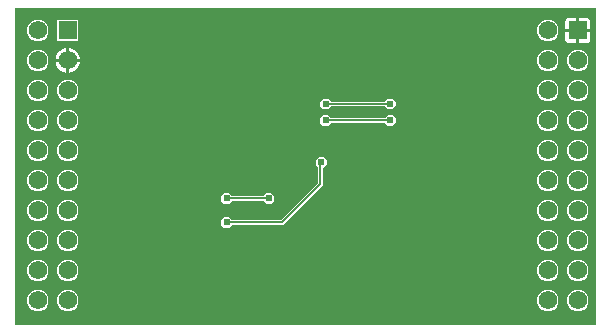
<source format=gbr>
G04 EAGLE Gerber RS-274X export*
G75*
%MOMM*%
%FSLAX34Y34*%
%LPD*%
%INBottom Copper*%
%IPPOS*%
%AMOC8*
5,1,8,0,0,1.08239X$1,22.5*%
G01*
%ADD10R,1.575000X1.575000*%
%ADD11C,1.575000*%
%ADD12C,0.610000*%
%ADD13C,0.152400*%

G36*
X493937Y2004D02*
X493937Y2004D01*
X493957Y2002D01*
X494058Y2024D01*
X494160Y2040D01*
X494178Y2050D01*
X494197Y2054D01*
X494286Y2107D01*
X494377Y2156D01*
X494391Y2170D01*
X494408Y2180D01*
X494476Y2259D01*
X494547Y2334D01*
X494555Y2352D01*
X494568Y2367D01*
X494607Y2463D01*
X494650Y2557D01*
X494653Y2577D01*
X494660Y2595D01*
X494678Y2762D01*
X494678Y270062D01*
X494675Y270082D01*
X494677Y270101D01*
X494655Y270203D01*
X494639Y270305D01*
X494629Y270322D01*
X494625Y270342D01*
X494572Y270431D01*
X494524Y270522D01*
X494509Y270536D01*
X494499Y270553D01*
X494420Y270620D01*
X494345Y270691D01*
X494327Y270700D01*
X494312Y270713D01*
X494216Y270752D01*
X494122Y270795D01*
X494102Y270797D01*
X494084Y270805D01*
X493917Y270823D01*
X2762Y270823D01*
X2742Y270820D01*
X2723Y270822D01*
X2621Y270800D01*
X2519Y270783D01*
X2502Y270774D01*
X2482Y270770D01*
X2393Y270717D01*
X2302Y270668D01*
X2288Y270654D01*
X2271Y270644D01*
X2204Y270565D01*
X2132Y270490D01*
X2124Y270472D01*
X2111Y270457D01*
X2072Y270361D01*
X2029Y270267D01*
X2027Y270247D01*
X2019Y270229D01*
X2001Y270062D01*
X2001Y2762D01*
X2004Y2742D01*
X2002Y2723D01*
X2024Y2621D01*
X2040Y2519D01*
X2050Y2502D01*
X2054Y2482D01*
X2107Y2393D01*
X2156Y2302D01*
X2170Y2288D01*
X2180Y2271D01*
X2259Y2204D01*
X2334Y2132D01*
X2352Y2124D01*
X2367Y2111D01*
X2463Y2072D01*
X2557Y2029D01*
X2577Y2027D01*
X2595Y2019D01*
X2762Y2001D01*
X493917Y2001D01*
X493937Y2004D01*
G37*
%LPC*%
G36*
X179715Y84325D02*
X179715Y84325D01*
X177035Y87005D01*
X177035Y90795D01*
X179715Y93475D01*
X183505Y93475D01*
X185824Y91156D01*
X185898Y91103D01*
X185967Y91043D01*
X185998Y91031D01*
X186024Y91012D01*
X186111Y90985D01*
X186196Y90951D01*
X186236Y90947D01*
X186259Y90940D01*
X186291Y90941D01*
X186362Y90933D01*
X227443Y90933D01*
X227533Y90947D01*
X227624Y90955D01*
X227653Y90967D01*
X227685Y90972D01*
X227766Y91015D01*
X227850Y91051D01*
X227882Y91077D01*
X227903Y91088D01*
X227925Y91111D01*
X227981Y91156D01*
X258729Y121904D01*
X258782Y121978D01*
X258842Y122047D01*
X258854Y122078D01*
X258873Y122104D01*
X258900Y122191D01*
X258934Y122276D01*
X258938Y122317D01*
X258945Y122339D01*
X258944Y122371D01*
X258952Y122442D01*
X258952Y135583D01*
X258938Y135673D01*
X258930Y135764D01*
X258918Y135794D01*
X258913Y135826D01*
X258870Y135906D01*
X258834Y135990D01*
X258808Y136022D01*
X258797Y136043D01*
X258774Y136065D01*
X258729Y136121D01*
X257045Y137805D01*
X257045Y141595D01*
X259725Y144275D01*
X263515Y144275D01*
X266195Y141595D01*
X266195Y137805D01*
X263406Y135017D01*
X263319Y134970D01*
X263305Y134956D01*
X263288Y134946D01*
X263221Y134867D01*
X263149Y134792D01*
X263141Y134774D01*
X263128Y134759D01*
X263089Y134663D01*
X263046Y134569D01*
X263044Y134549D01*
X263036Y134531D01*
X263018Y134364D01*
X263018Y120443D01*
X229442Y86867D01*
X186362Y86867D01*
X186272Y86853D01*
X186181Y86845D01*
X186151Y86833D01*
X186119Y86828D01*
X186039Y86785D01*
X185955Y86749D01*
X185923Y86723D01*
X185902Y86712D01*
X185880Y86689D01*
X185824Y86644D01*
X183505Y84325D01*
X179715Y84325D01*
G37*
%LPD*%
%LPC*%
G36*
X38589Y242314D02*
X38589Y242314D01*
X37844Y243059D01*
X37844Y259861D01*
X38589Y260606D01*
X55391Y260606D01*
X56136Y259861D01*
X56136Y243059D01*
X55391Y242314D01*
X38589Y242314D01*
G37*
%LPD*%
%LPC*%
G36*
X263535Y184655D02*
X263535Y184655D01*
X260855Y187335D01*
X260855Y191125D01*
X263535Y193805D01*
X267325Y193805D01*
X269644Y191486D01*
X269718Y191433D01*
X269787Y191373D01*
X269818Y191361D01*
X269844Y191342D01*
X269931Y191315D01*
X270016Y191281D01*
X270056Y191277D01*
X270079Y191270D01*
X270111Y191271D01*
X270182Y191263D01*
X315288Y191263D01*
X315378Y191277D01*
X315469Y191285D01*
X315499Y191297D01*
X315531Y191302D01*
X315611Y191345D01*
X315695Y191381D01*
X315727Y191407D01*
X315748Y191418D01*
X315770Y191441D01*
X315826Y191486D01*
X318145Y193805D01*
X321935Y193805D01*
X324615Y191125D01*
X324615Y187335D01*
X321935Y184655D01*
X318145Y184655D01*
X315826Y186974D01*
X315752Y187027D01*
X315683Y187087D01*
X315652Y187099D01*
X315626Y187118D01*
X315539Y187145D01*
X315454Y187179D01*
X315414Y187183D01*
X315391Y187190D01*
X315359Y187189D01*
X315288Y187197D01*
X270182Y187197D01*
X270092Y187183D01*
X270001Y187175D01*
X269971Y187163D01*
X269939Y187158D01*
X269859Y187115D01*
X269775Y187079D01*
X269743Y187053D01*
X269722Y187042D01*
X269700Y187019D01*
X269644Y186974D01*
X267325Y184655D01*
X263535Y184655D01*
G37*
%LPD*%
%LPC*%
G36*
X263535Y170685D02*
X263535Y170685D01*
X260855Y173365D01*
X260855Y177155D01*
X263535Y179835D01*
X267325Y179835D01*
X269644Y177516D01*
X269718Y177463D01*
X269787Y177403D01*
X269818Y177391D01*
X269844Y177372D01*
X269931Y177345D01*
X270016Y177311D01*
X270056Y177307D01*
X270079Y177300D01*
X270111Y177301D01*
X270182Y177293D01*
X315288Y177293D01*
X315378Y177307D01*
X315469Y177315D01*
X315499Y177327D01*
X315531Y177332D01*
X315611Y177375D01*
X315695Y177411D01*
X315727Y177437D01*
X315748Y177448D01*
X315770Y177471D01*
X315826Y177516D01*
X318145Y179835D01*
X321935Y179835D01*
X324615Y177155D01*
X324615Y173365D01*
X321935Y170685D01*
X318145Y170685D01*
X315826Y173004D01*
X315752Y173057D01*
X315683Y173117D01*
X315652Y173129D01*
X315626Y173148D01*
X315539Y173175D01*
X315454Y173209D01*
X315414Y173213D01*
X315391Y173220D01*
X315359Y173219D01*
X315288Y173227D01*
X270182Y173227D01*
X270092Y173213D01*
X270001Y173205D01*
X269971Y173193D01*
X269939Y173188D01*
X269859Y173145D01*
X269775Y173109D01*
X269743Y173083D01*
X269722Y173072D01*
X269700Y173049D01*
X269644Y173004D01*
X267325Y170685D01*
X263535Y170685D01*
G37*
%LPD*%
%LPC*%
G36*
X19771Y64514D02*
X19771Y64514D01*
X16409Y65907D01*
X13837Y68479D01*
X12444Y71841D01*
X12444Y75479D01*
X13837Y78841D01*
X16409Y81413D01*
X19771Y82806D01*
X23409Y82806D01*
X26771Y81413D01*
X29343Y78841D01*
X30736Y75479D01*
X30736Y71841D01*
X29343Y68479D01*
X26771Y65907D01*
X23409Y64514D01*
X19771Y64514D01*
G37*
%LPD*%
%LPC*%
G36*
X476971Y39114D02*
X476971Y39114D01*
X473609Y40507D01*
X471037Y43079D01*
X469644Y46441D01*
X469644Y50079D01*
X471037Y53441D01*
X473609Y56013D01*
X476971Y57406D01*
X480609Y57406D01*
X483971Y56013D01*
X486543Y53441D01*
X487936Y50079D01*
X487936Y46441D01*
X486543Y43079D01*
X483971Y40507D01*
X480609Y39114D01*
X476971Y39114D01*
G37*
%LPD*%
%LPC*%
G36*
X451571Y242314D02*
X451571Y242314D01*
X448209Y243707D01*
X445637Y246279D01*
X444244Y249641D01*
X444244Y253279D01*
X445637Y256641D01*
X448209Y259213D01*
X451571Y260606D01*
X455209Y260606D01*
X458571Y259213D01*
X461143Y256641D01*
X462536Y253279D01*
X462536Y249641D01*
X461143Y246279D01*
X458571Y243707D01*
X455209Y242314D01*
X451571Y242314D01*
G37*
%LPD*%
%LPC*%
G36*
X19771Y242314D02*
X19771Y242314D01*
X16409Y243707D01*
X13837Y246279D01*
X12444Y249641D01*
X12444Y253279D01*
X13837Y256641D01*
X16409Y259213D01*
X19771Y260606D01*
X23409Y260606D01*
X26771Y259213D01*
X29343Y256641D01*
X30736Y253279D01*
X30736Y249641D01*
X29343Y246279D01*
X26771Y243707D01*
X23409Y242314D01*
X19771Y242314D01*
G37*
%LPD*%
%LPC*%
G36*
X451571Y216914D02*
X451571Y216914D01*
X448209Y218307D01*
X445637Y220879D01*
X444244Y224241D01*
X444244Y227879D01*
X445637Y231241D01*
X448209Y233813D01*
X451571Y235206D01*
X455209Y235206D01*
X458571Y233813D01*
X461143Y231241D01*
X462536Y227879D01*
X462536Y224241D01*
X461143Y220879D01*
X458571Y218307D01*
X455209Y216914D01*
X451571Y216914D01*
G37*
%LPD*%
%LPC*%
G36*
X451571Y39114D02*
X451571Y39114D01*
X448209Y40507D01*
X445637Y43079D01*
X444244Y46441D01*
X444244Y50079D01*
X445637Y53441D01*
X448209Y56013D01*
X451571Y57406D01*
X455209Y57406D01*
X458571Y56013D01*
X461143Y53441D01*
X462536Y50079D01*
X462536Y46441D01*
X461143Y43079D01*
X458571Y40507D01*
X455209Y39114D01*
X451571Y39114D01*
G37*
%LPD*%
%LPC*%
G36*
X45171Y39114D02*
X45171Y39114D01*
X41809Y40507D01*
X39237Y43079D01*
X37844Y46441D01*
X37844Y50079D01*
X39237Y53441D01*
X41809Y56013D01*
X45171Y57406D01*
X48809Y57406D01*
X52171Y56013D01*
X54743Y53441D01*
X56136Y50079D01*
X56136Y46441D01*
X54743Y43079D01*
X52171Y40507D01*
X48809Y39114D01*
X45171Y39114D01*
G37*
%LPD*%
%LPC*%
G36*
X19771Y39114D02*
X19771Y39114D01*
X16409Y40507D01*
X13837Y43079D01*
X12444Y46441D01*
X12444Y50079D01*
X13837Y53441D01*
X16409Y56013D01*
X19771Y57406D01*
X23409Y57406D01*
X26771Y56013D01*
X29343Y53441D01*
X30736Y50079D01*
X30736Y46441D01*
X29343Y43079D01*
X26771Y40507D01*
X23409Y39114D01*
X19771Y39114D01*
G37*
%LPD*%
%LPC*%
G36*
X45171Y13714D02*
X45171Y13714D01*
X41809Y15107D01*
X39237Y17679D01*
X37844Y21041D01*
X37844Y24679D01*
X39237Y28041D01*
X41809Y30613D01*
X45171Y32006D01*
X48809Y32006D01*
X52171Y30613D01*
X54743Y28041D01*
X56136Y24679D01*
X56136Y21041D01*
X54743Y17679D01*
X52171Y15107D01*
X48809Y13714D01*
X45171Y13714D01*
G37*
%LPD*%
%LPC*%
G36*
X476971Y216914D02*
X476971Y216914D01*
X473609Y218307D01*
X471037Y220879D01*
X469644Y224241D01*
X469644Y227879D01*
X471037Y231241D01*
X473609Y233813D01*
X476971Y235206D01*
X480609Y235206D01*
X483971Y233813D01*
X486543Y231241D01*
X487936Y227879D01*
X487936Y224241D01*
X486543Y220879D01*
X483971Y218307D01*
X480609Y216914D01*
X476971Y216914D01*
G37*
%LPD*%
%LPC*%
G36*
X19771Y13714D02*
X19771Y13714D01*
X16409Y15107D01*
X13837Y17679D01*
X12444Y21041D01*
X12444Y24679D01*
X13837Y28041D01*
X16409Y30613D01*
X19771Y32006D01*
X23409Y32006D01*
X26771Y30613D01*
X29343Y28041D01*
X30736Y24679D01*
X30736Y21041D01*
X29343Y17679D01*
X26771Y15107D01*
X23409Y13714D01*
X19771Y13714D01*
G37*
%LPD*%
%LPC*%
G36*
X19771Y216914D02*
X19771Y216914D01*
X16409Y218307D01*
X13837Y220879D01*
X12444Y224241D01*
X12444Y227879D01*
X13837Y231241D01*
X16409Y233813D01*
X19771Y235206D01*
X23409Y235206D01*
X26771Y233813D01*
X29343Y231241D01*
X30736Y227879D01*
X30736Y224241D01*
X29343Y220879D01*
X26771Y218307D01*
X23409Y216914D01*
X19771Y216914D01*
G37*
%LPD*%
%LPC*%
G36*
X476971Y13714D02*
X476971Y13714D01*
X473609Y15107D01*
X471037Y17679D01*
X469644Y21041D01*
X469644Y24679D01*
X471037Y28041D01*
X473609Y30613D01*
X476971Y32006D01*
X480609Y32006D01*
X483971Y30613D01*
X486543Y28041D01*
X487936Y24679D01*
X487936Y21041D01*
X486543Y17679D01*
X483971Y15107D01*
X480609Y13714D01*
X476971Y13714D01*
G37*
%LPD*%
%LPC*%
G36*
X451571Y13714D02*
X451571Y13714D01*
X448209Y15107D01*
X445637Y17679D01*
X444244Y21041D01*
X444244Y24679D01*
X445637Y28041D01*
X448209Y30613D01*
X451571Y32006D01*
X455209Y32006D01*
X458571Y30613D01*
X461143Y28041D01*
X462536Y24679D01*
X462536Y21041D01*
X461143Y17679D01*
X458571Y15107D01*
X455209Y13714D01*
X451571Y13714D01*
G37*
%LPD*%
%LPC*%
G36*
X476971Y191514D02*
X476971Y191514D01*
X473609Y192907D01*
X471037Y195479D01*
X469644Y198841D01*
X469644Y202479D01*
X471037Y205841D01*
X473609Y208413D01*
X476971Y209806D01*
X480609Y209806D01*
X483971Y208413D01*
X486543Y205841D01*
X487936Y202479D01*
X487936Y198841D01*
X486543Y195479D01*
X483971Y192907D01*
X480609Y191514D01*
X476971Y191514D01*
G37*
%LPD*%
%LPC*%
G36*
X451571Y191514D02*
X451571Y191514D01*
X448209Y192907D01*
X445637Y195479D01*
X444244Y198841D01*
X444244Y202479D01*
X445637Y205841D01*
X448209Y208413D01*
X451571Y209806D01*
X455209Y209806D01*
X458571Y208413D01*
X461143Y205841D01*
X462536Y202479D01*
X462536Y198841D01*
X461143Y195479D01*
X458571Y192907D01*
X455209Y191514D01*
X451571Y191514D01*
G37*
%LPD*%
%LPC*%
G36*
X45171Y191514D02*
X45171Y191514D01*
X41809Y192907D01*
X39237Y195479D01*
X37844Y198841D01*
X37844Y202479D01*
X39237Y205841D01*
X41809Y208413D01*
X45171Y209806D01*
X48809Y209806D01*
X52171Y208413D01*
X54743Y205841D01*
X56136Y202479D01*
X56136Y198841D01*
X54743Y195479D01*
X52171Y192907D01*
X48809Y191514D01*
X45171Y191514D01*
G37*
%LPD*%
%LPC*%
G36*
X45171Y166114D02*
X45171Y166114D01*
X41809Y167507D01*
X39237Y170079D01*
X37844Y173441D01*
X37844Y177079D01*
X39237Y180441D01*
X41809Y183013D01*
X45171Y184406D01*
X48809Y184406D01*
X52171Y183013D01*
X54743Y180441D01*
X56136Y177079D01*
X56136Y173441D01*
X54743Y170079D01*
X52171Y167507D01*
X48809Y166114D01*
X45171Y166114D01*
G37*
%LPD*%
%LPC*%
G36*
X19771Y166114D02*
X19771Y166114D01*
X16409Y167507D01*
X13837Y170079D01*
X12444Y173441D01*
X12444Y177079D01*
X13837Y180441D01*
X16409Y183013D01*
X19771Y184406D01*
X23409Y184406D01*
X26771Y183013D01*
X29343Y180441D01*
X30736Y177079D01*
X30736Y173441D01*
X29343Y170079D01*
X26771Y167507D01*
X23409Y166114D01*
X19771Y166114D01*
G37*
%LPD*%
%LPC*%
G36*
X476971Y166114D02*
X476971Y166114D01*
X473609Y167507D01*
X471037Y170079D01*
X469644Y173441D01*
X469644Y177079D01*
X471037Y180441D01*
X473609Y183013D01*
X476971Y184406D01*
X480609Y184406D01*
X483971Y183013D01*
X486543Y180441D01*
X487936Y177079D01*
X487936Y173441D01*
X486543Y170079D01*
X483971Y167507D01*
X480609Y166114D01*
X476971Y166114D01*
G37*
%LPD*%
%LPC*%
G36*
X451571Y166114D02*
X451571Y166114D01*
X448209Y167507D01*
X445637Y170079D01*
X444244Y173441D01*
X444244Y177079D01*
X445637Y180441D01*
X448209Y183013D01*
X451571Y184406D01*
X455209Y184406D01*
X458571Y183013D01*
X461143Y180441D01*
X462536Y177079D01*
X462536Y173441D01*
X461143Y170079D01*
X458571Y167507D01*
X455209Y166114D01*
X451571Y166114D01*
G37*
%LPD*%
%LPC*%
G36*
X19771Y191514D02*
X19771Y191514D01*
X16409Y192907D01*
X13837Y195479D01*
X12444Y198841D01*
X12444Y202479D01*
X13837Y205841D01*
X16409Y208413D01*
X19771Y209806D01*
X23409Y209806D01*
X26771Y208413D01*
X29343Y205841D01*
X30736Y202479D01*
X30736Y198841D01*
X29343Y195479D01*
X26771Y192907D01*
X23409Y191514D01*
X19771Y191514D01*
G37*
%LPD*%
%LPC*%
G36*
X476971Y140714D02*
X476971Y140714D01*
X473609Y142107D01*
X471037Y144679D01*
X469644Y148041D01*
X469644Y151679D01*
X471037Y155041D01*
X473609Y157613D01*
X476971Y159006D01*
X480609Y159006D01*
X483971Y157613D01*
X486543Y155041D01*
X487936Y151679D01*
X487936Y148041D01*
X486543Y144679D01*
X483971Y142107D01*
X480609Y140714D01*
X476971Y140714D01*
G37*
%LPD*%
%LPC*%
G36*
X451571Y140714D02*
X451571Y140714D01*
X448209Y142107D01*
X445637Y144679D01*
X444244Y148041D01*
X444244Y151679D01*
X445637Y155041D01*
X448209Y157613D01*
X451571Y159006D01*
X455209Y159006D01*
X458571Y157613D01*
X461143Y155041D01*
X462536Y151679D01*
X462536Y148041D01*
X461143Y144679D01*
X458571Y142107D01*
X455209Y140714D01*
X451571Y140714D01*
G37*
%LPD*%
%LPC*%
G36*
X45171Y140714D02*
X45171Y140714D01*
X41809Y142107D01*
X39237Y144679D01*
X37844Y148041D01*
X37844Y151679D01*
X39237Y155041D01*
X41809Y157613D01*
X45171Y159006D01*
X48809Y159006D01*
X52171Y157613D01*
X54743Y155041D01*
X56136Y151679D01*
X56136Y148041D01*
X54743Y144679D01*
X52171Y142107D01*
X48809Y140714D01*
X45171Y140714D01*
G37*
%LPD*%
%LPC*%
G36*
X19771Y140714D02*
X19771Y140714D01*
X16409Y142107D01*
X13837Y144679D01*
X12444Y148041D01*
X12444Y151679D01*
X13837Y155041D01*
X16409Y157613D01*
X19771Y159006D01*
X23409Y159006D01*
X26771Y157613D01*
X29343Y155041D01*
X30736Y151679D01*
X30736Y148041D01*
X29343Y144679D01*
X26771Y142107D01*
X23409Y140714D01*
X19771Y140714D01*
G37*
%LPD*%
%LPC*%
G36*
X476971Y115314D02*
X476971Y115314D01*
X473609Y116707D01*
X471037Y119279D01*
X469644Y122641D01*
X469644Y126279D01*
X471037Y129641D01*
X473609Y132213D01*
X476971Y133606D01*
X480609Y133606D01*
X483971Y132213D01*
X486543Y129641D01*
X487936Y126279D01*
X487936Y122641D01*
X486543Y119279D01*
X483971Y116707D01*
X480609Y115314D01*
X476971Y115314D01*
G37*
%LPD*%
%LPC*%
G36*
X451571Y115314D02*
X451571Y115314D01*
X448209Y116707D01*
X445637Y119279D01*
X444244Y122641D01*
X444244Y126279D01*
X445637Y129641D01*
X448209Y132213D01*
X451571Y133606D01*
X455209Y133606D01*
X458571Y132213D01*
X461143Y129641D01*
X462536Y126279D01*
X462536Y122641D01*
X461143Y119279D01*
X458571Y116707D01*
X455209Y115314D01*
X451571Y115314D01*
G37*
%LPD*%
%LPC*%
G36*
X45171Y115314D02*
X45171Y115314D01*
X41809Y116707D01*
X39237Y119279D01*
X37844Y122641D01*
X37844Y126279D01*
X39237Y129641D01*
X41809Y132213D01*
X45171Y133606D01*
X48809Y133606D01*
X52171Y132213D01*
X54743Y129641D01*
X56136Y126279D01*
X56136Y122641D01*
X54743Y119279D01*
X52171Y116707D01*
X48809Y115314D01*
X45171Y115314D01*
G37*
%LPD*%
%LPC*%
G36*
X19771Y115314D02*
X19771Y115314D01*
X16409Y116707D01*
X13837Y119279D01*
X12444Y122641D01*
X12444Y126279D01*
X13837Y129641D01*
X16409Y132213D01*
X19771Y133606D01*
X23409Y133606D01*
X26771Y132213D01*
X29343Y129641D01*
X30736Y126279D01*
X30736Y122641D01*
X29343Y119279D01*
X26771Y116707D01*
X23409Y115314D01*
X19771Y115314D01*
G37*
%LPD*%
%LPC*%
G36*
X476971Y89914D02*
X476971Y89914D01*
X473609Y91307D01*
X471037Y93879D01*
X469644Y97241D01*
X469644Y100879D01*
X471037Y104241D01*
X473609Y106813D01*
X476971Y108206D01*
X480609Y108206D01*
X483971Y106813D01*
X486543Y104241D01*
X487936Y100879D01*
X487936Y97241D01*
X486543Y93879D01*
X483971Y91307D01*
X480609Y89914D01*
X476971Y89914D01*
G37*
%LPD*%
%LPC*%
G36*
X451571Y89914D02*
X451571Y89914D01*
X448209Y91307D01*
X445637Y93879D01*
X444244Y97241D01*
X444244Y100879D01*
X445637Y104241D01*
X448209Y106813D01*
X451571Y108206D01*
X455209Y108206D01*
X458571Y106813D01*
X461143Y104241D01*
X462536Y100879D01*
X462536Y97241D01*
X461143Y93879D01*
X458571Y91307D01*
X455209Y89914D01*
X451571Y89914D01*
G37*
%LPD*%
%LPC*%
G36*
X45171Y89914D02*
X45171Y89914D01*
X41809Y91307D01*
X39237Y93879D01*
X37844Y97241D01*
X37844Y100879D01*
X39237Y104241D01*
X41809Y106813D01*
X45171Y108206D01*
X48809Y108206D01*
X52171Y106813D01*
X54743Y104241D01*
X56136Y100879D01*
X56136Y97241D01*
X54743Y93879D01*
X52171Y91307D01*
X48809Y89914D01*
X45171Y89914D01*
G37*
%LPD*%
%LPC*%
G36*
X19771Y89914D02*
X19771Y89914D01*
X16409Y91307D01*
X13837Y93879D01*
X12444Y97241D01*
X12444Y100879D01*
X13837Y104241D01*
X16409Y106813D01*
X19771Y108206D01*
X23409Y108206D01*
X26771Y106813D01*
X29343Y104241D01*
X30736Y100879D01*
X30736Y97241D01*
X29343Y93879D01*
X26771Y91307D01*
X23409Y89914D01*
X19771Y89914D01*
G37*
%LPD*%
%LPC*%
G36*
X476971Y64514D02*
X476971Y64514D01*
X473609Y65907D01*
X471037Y68479D01*
X469644Y71841D01*
X469644Y75479D01*
X471037Y78841D01*
X473609Y81413D01*
X476971Y82806D01*
X480609Y82806D01*
X483971Y81413D01*
X486543Y78841D01*
X487936Y75479D01*
X487936Y71841D01*
X486543Y68479D01*
X483971Y65907D01*
X480609Y64514D01*
X476971Y64514D01*
G37*
%LPD*%
%LPC*%
G36*
X451571Y64514D02*
X451571Y64514D01*
X448209Y65907D01*
X445637Y68479D01*
X444244Y71841D01*
X444244Y75479D01*
X445637Y78841D01*
X448209Y81413D01*
X451571Y82806D01*
X455209Y82806D01*
X458571Y81413D01*
X461143Y78841D01*
X462536Y75479D01*
X462536Y71841D01*
X461143Y68479D01*
X458571Y65907D01*
X455209Y64514D01*
X451571Y64514D01*
G37*
%LPD*%
%LPC*%
G36*
X45171Y64514D02*
X45171Y64514D01*
X41809Y65907D01*
X39237Y68479D01*
X37844Y71841D01*
X37844Y75479D01*
X39237Y78841D01*
X41809Y81413D01*
X45171Y82806D01*
X48809Y82806D01*
X52171Y81413D01*
X54743Y78841D01*
X56136Y75479D01*
X56136Y71841D01*
X54743Y68479D01*
X52171Y65907D01*
X48809Y64514D01*
X45171Y64514D01*
G37*
%LPD*%
%LPC*%
G36*
X179715Y104645D02*
X179715Y104645D01*
X177035Y107325D01*
X177035Y111115D01*
X179715Y113795D01*
X183505Y113795D01*
X185824Y111476D01*
X185898Y111423D01*
X185967Y111363D01*
X185998Y111351D01*
X186024Y111332D01*
X186111Y111305D01*
X186196Y111271D01*
X186236Y111267D01*
X186259Y111260D01*
X186291Y111261D01*
X186362Y111253D01*
X212418Y111253D01*
X212508Y111267D01*
X212599Y111275D01*
X212629Y111287D01*
X212661Y111292D01*
X212741Y111335D01*
X212825Y111371D01*
X212857Y111397D01*
X212878Y111408D01*
X212900Y111431D01*
X212956Y111476D01*
X215275Y113795D01*
X219065Y113795D01*
X221745Y111115D01*
X221745Y107325D01*
X219065Y104645D01*
X215275Y104645D01*
X212956Y106964D01*
X212882Y107017D01*
X212813Y107077D01*
X212782Y107089D01*
X212756Y107108D01*
X212669Y107135D01*
X212584Y107169D01*
X212544Y107173D01*
X212521Y107180D01*
X212489Y107179D01*
X212418Y107187D01*
X186362Y107187D01*
X186272Y107173D01*
X186181Y107165D01*
X186151Y107153D01*
X186119Y107148D01*
X186039Y107105D01*
X185955Y107069D01*
X185923Y107043D01*
X185902Y107032D01*
X185880Y107009D01*
X185824Y106964D01*
X183505Y104645D01*
X179715Y104645D01*
G37*
%LPD*%
%LPC*%
G36*
X480313Y252983D02*
X480313Y252983D01*
X480313Y261876D01*
X486999Y261876D01*
X487646Y261703D01*
X488225Y261368D01*
X488698Y260895D01*
X489033Y260316D01*
X489206Y259669D01*
X489206Y252983D01*
X480313Y252983D01*
G37*
%LPD*%
%LPC*%
G36*
X468374Y252983D02*
X468374Y252983D01*
X468374Y259669D01*
X468547Y260316D01*
X468882Y260895D01*
X469355Y261368D01*
X469934Y261703D01*
X470581Y261876D01*
X477267Y261876D01*
X477267Y252983D01*
X468374Y252983D01*
G37*
%LPD*%
%LPC*%
G36*
X480313Y241044D02*
X480313Y241044D01*
X480313Y249937D01*
X489206Y249937D01*
X489206Y243251D01*
X489033Y242604D01*
X488698Y242025D01*
X488225Y241552D01*
X487646Y241217D01*
X486999Y241044D01*
X480313Y241044D01*
G37*
%LPD*%
%LPC*%
G36*
X470581Y241044D02*
X470581Y241044D01*
X469934Y241217D01*
X469355Y241552D01*
X468882Y242025D01*
X468547Y242604D01*
X468374Y243251D01*
X468374Y249937D01*
X477267Y249937D01*
X477267Y241044D01*
X470581Y241044D01*
G37*
%LPD*%
%LPC*%
G36*
X48513Y227583D02*
X48513Y227583D01*
X48513Y236364D01*
X49429Y236219D01*
X50988Y235713D01*
X52449Y234968D01*
X53775Y234005D01*
X54935Y232845D01*
X55898Y231519D01*
X56643Y230058D01*
X57149Y228499D01*
X57294Y227583D01*
X48513Y227583D01*
G37*
%LPD*%
%LPC*%
G36*
X36686Y227583D02*
X36686Y227583D01*
X36831Y228499D01*
X37337Y230058D01*
X38082Y231519D01*
X39045Y232845D01*
X40205Y234005D01*
X41531Y234968D01*
X42992Y235713D01*
X44551Y236219D01*
X45467Y236364D01*
X45467Y227583D01*
X36686Y227583D01*
G37*
%LPD*%
%LPC*%
G36*
X48513Y224537D02*
X48513Y224537D01*
X57294Y224537D01*
X57149Y223621D01*
X56643Y222062D01*
X55898Y220601D01*
X54935Y219275D01*
X53775Y218115D01*
X52449Y217152D01*
X50988Y216407D01*
X49429Y215901D01*
X48513Y215756D01*
X48513Y224537D01*
G37*
%LPD*%
%LPC*%
G36*
X44551Y215901D02*
X44551Y215901D01*
X42992Y216407D01*
X41531Y217152D01*
X40205Y218115D01*
X39045Y219275D01*
X38082Y220601D01*
X37337Y222062D01*
X36831Y223621D01*
X36686Y224537D01*
X45467Y224537D01*
X45467Y215756D01*
X44551Y215901D01*
G37*
%LPD*%
%LPC*%
G36*
X478789Y251459D02*
X478789Y251459D01*
X478789Y251461D01*
X478791Y251461D01*
X478791Y251459D01*
X478789Y251459D01*
G37*
%LPD*%
%LPC*%
G36*
X46989Y226059D02*
X46989Y226059D01*
X46989Y226061D01*
X46991Y226061D01*
X46991Y226059D01*
X46989Y226059D01*
G37*
%LPD*%
D10*
X46990Y251460D03*
D11*
X21590Y251460D03*
X46990Y226060D03*
X21590Y226060D03*
X46990Y200660D03*
X21590Y200660D03*
X46990Y175260D03*
X21590Y175260D03*
X46990Y149860D03*
X21590Y149860D03*
X46990Y124460D03*
X21590Y124460D03*
X46990Y99060D03*
X21590Y99060D03*
X46990Y73660D03*
X21590Y73660D03*
X46990Y48260D03*
X21590Y48260D03*
X46990Y22860D03*
X21590Y22860D03*
D10*
X478790Y251460D03*
D11*
X453390Y251460D03*
X478790Y226060D03*
X453390Y226060D03*
X478790Y200660D03*
X453390Y200660D03*
X478790Y175260D03*
X453390Y175260D03*
X478790Y149860D03*
X453390Y149860D03*
X478790Y124460D03*
X453390Y124460D03*
X478790Y99060D03*
X453390Y99060D03*
X478790Y73660D03*
X453390Y73660D03*
X478790Y48260D03*
X453390Y48260D03*
X478790Y22860D03*
X453390Y22860D03*
D12*
X181610Y109220D03*
D13*
X217170Y109220D01*
D12*
X217170Y109220D03*
X320040Y189230D03*
D13*
X265430Y189230D01*
D12*
X265430Y189230D03*
X320040Y175260D03*
D13*
X265430Y175260D01*
D12*
X265430Y175260D03*
X181610Y88900D03*
D13*
X228600Y88900D01*
X260985Y121285D01*
X260985Y127000D02*
X260985Y131445D01*
X260985Y127000D02*
X260985Y121285D01*
X260985Y131445D02*
X260985Y139065D01*
X261620Y139700D01*
D12*
X261620Y139700D03*
M02*

</source>
